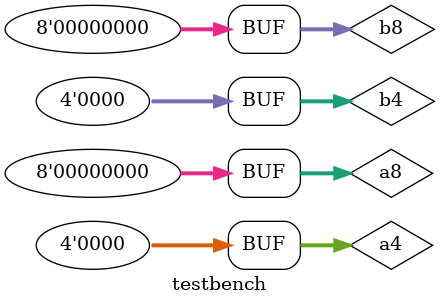
<source format=v>
`timescale 1ns/1ns

module testbench;
  reg [3:0] a4;
  reg [3:0] b4;
  wire [3:0] o_csa4;
  wire [3:0] o_cla4;
  
  reg [7:0] a8;
  reg [7:0] b8;
  wire [7:0] o_csa8;
  wire [7:0] o_cla8;
  
  //CSA4 mcsa4(o_csa4, a4, b4);
  CLA4 mcla4(o_csa4, a4, b4);
  
  //CSA8 mcsa8(o_csa8, a8, b8);
  //CLA8 mcla8(o_cla8, a8, b8);
  
  always begin
    #0 a4=4'b0101; b4=4'b0110; a8=0; b8=0;
    #1 a4=4'b0000; b4=4'b1111; a8=0; b8=0;
    #1 a4=4'b1100; b4=4'b0011; a8=0; b8=0;
    #1 a4=0; b4=0; a8=0; b8=0;
    #1 a4=0; b4=0; a8=0; b8=0;
    #1 a4=0; b4=0; a8=0; b8=0;
    #1 a4=0; b4=0; a8=0; b8=0;
    #1 a4=0; b4=0; a8=0; b8=0;
  end
  
endmodule

</source>
